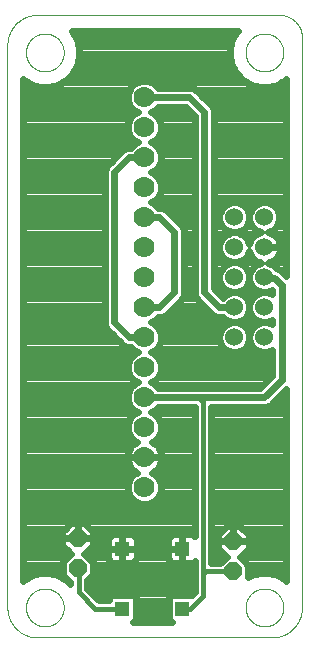
<source format=gtl>
G75*
%MOIN*%
%OFA0B0*%
%FSLAX25Y25*%
%IPPOS*%
%LPD*%
%AMOC8*
5,1,8,0,0,1.08239X$1,22.5*
%
%ADD10C,0.00000*%
%ADD11C,0.07000*%
%ADD12C,0.06000*%
%ADD13R,0.05150X0.05150*%
%ADD14OC8,0.06000*%
%ADD15C,0.02400*%
%ADD16C,0.01600*%
D10*
X0001000Y0011000D02*
X0001000Y0198500D01*
X0001003Y0198742D01*
X0001012Y0198983D01*
X0001026Y0199224D01*
X0001047Y0199465D01*
X0001073Y0199705D01*
X0001105Y0199945D01*
X0001143Y0200184D01*
X0001186Y0200421D01*
X0001236Y0200658D01*
X0001291Y0200893D01*
X0001351Y0201127D01*
X0001418Y0201359D01*
X0001489Y0201590D01*
X0001567Y0201819D01*
X0001650Y0202046D01*
X0001738Y0202271D01*
X0001832Y0202494D01*
X0001931Y0202714D01*
X0002036Y0202932D01*
X0002145Y0203147D01*
X0002260Y0203360D01*
X0002380Y0203570D01*
X0002505Y0203776D01*
X0002635Y0203980D01*
X0002770Y0204181D01*
X0002910Y0204378D01*
X0003054Y0204572D01*
X0003203Y0204762D01*
X0003357Y0204948D01*
X0003515Y0205131D01*
X0003677Y0205310D01*
X0003844Y0205485D01*
X0004015Y0205656D01*
X0004190Y0205823D01*
X0004369Y0205985D01*
X0004552Y0206143D01*
X0004738Y0206297D01*
X0004928Y0206446D01*
X0005122Y0206590D01*
X0005319Y0206730D01*
X0005520Y0206865D01*
X0005724Y0206995D01*
X0005930Y0207120D01*
X0006140Y0207240D01*
X0006353Y0207355D01*
X0006568Y0207464D01*
X0006786Y0207569D01*
X0007006Y0207668D01*
X0007229Y0207762D01*
X0007454Y0207850D01*
X0007681Y0207933D01*
X0007910Y0208011D01*
X0008141Y0208082D01*
X0008373Y0208149D01*
X0008607Y0208209D01*
X0008842Y0208264D01*
X0009079Y0208314D01*
X0009316Y0208357D01*
X0009555Y0208395D01*
X0009795Y0208427D01*
X0010035Y0208453D01*
X0010276Y0208474D01*
X0010517Y0208488D01*
X0010758Y0208497D01*
X0011000Y0208500D01*
X0091705Y0208500D01*
X0091886Y0208498D01*
X0092067Y0208491D01*
X0092248Y0208480D01*
X0092429Y0208465D01*
X0092609Y0208445D01*
X0092789Y0208421D01*
X0092968Y0208393D01*
X0093146Y0208360D01*
X0093323Y0208323D01*
X0093500Y0208282D01*
X0093675Y0208237D01*
X0093850Y0208187D01*
X0094023Y0208133D01*
X0094194Y0208075D01*
X0094365Y0208013D01*
X0094533Y0207946D01*
X0094700Y0207876D01*
X0094866Y0207802D01*
X0095029Y0207723D01*
X0095190Y0207641D01*
X0095350Y0207555D01*
X0095507Y0207465D01*
X0095662Y0207371D01*
X0095815Y0207274D01*
X0095965Y0207172D01*
X0096113Y0207068D01*
X0096259Y0206959D01*
X0096401Y0206848D01*
X0096541Y0206732D01*
X0096678Y0206614D01*
X0096813Y0206492D01*
X0096944Y0206367D01*
X0097072Y0206239D01*
X0097197Y0206108D01*
X0097319Y0205973D01*
X0097437Y0205836D01*
X0097553Y0205696D01*
X0097664Y0205554D01*
X0097773Y0205408D01*
X0097877Y0205260D01*
X0097979Y0205110D01*
X0098076Y0204957D01*
X0098170Y0204802D01*
X0098260Y0204645D01*
X0098346Y0204485D01*
X0098428Y0204324D01*
X0098507Y0204161D01*
X0098581Y0203995D01*
X0098651Y0203828D01*
X0098718Y0203660D01*
X0098780Y0203489D01*
X0098838Y0203318D01*
X0098892Y0203145D01*
X0098942Y0202970D01*
X0098987Y0202795D01*
X0099028Y0202618D01*
X0099065Y0202441D01*
X0099098Y0202263D01*
X0099126Y0202084D01*
X0099150Y0201904D01*
X0099170Y0201724D01*
X0099185Y0201543D01*
X0099196Y0201362D01*
X0099203Y0201181D01*
X0099205Y0201000D01*
X0099205Y0011000D01*
X0099202Y0010758D01*
X0099193Y0010517D01*
X0099179Y0010276D01*
X0099158Y0010035D01*
X0099132Y0009795D01*
X0099100Y0009555D01*
X0099062Y0009316D01*
X0099019Y0009079D01*
X0098969Y0008842D01*
X0098914Y0008607D01*
X0098854Y0008373D01*
X0098787Y0008141D01*
X0098716Y0007910D01*
X0098638Y0007681D01*
X0098555Y0007454D01*
X0098467Y0007229D01*
X0098373Y0007006D01*
X0098274Y0006786D01*
X0098169Y0006568D01*
X0098060Y0006353D01*
X0097945Y0006140D01*
X0097825Y0005930D01*
X0097700Y0005724D01*
X0097570Y0005520D01*
X0097435Y0005319D01*
X0097295Y0005122D01*
X0097151Y0004928D01*
X0097002Y0004738D01*
X0096848Y0004552D01*
X0096690Y0004369D01*
X0096528Y0004190D01*
X0096361Y0004015D01*
X0096190Y0003844D01*
X0096015Y0003677D01*
X0095836Y0003515D01*
X0095653Y0003357D01*
X0095467Y0003203D01*
X0095277Y0003054D01*
X0095083Y0002910D01*
X0094886Y0002770D01*
X0094685Y0002635D01*
X0094481Y0002505D01*
X0094275Y0002380D01*
X0094065Y0002260D01*
X0093852Y0002145D01*
X0093637Y0002036D01*
X0093419Y0001931D01*
X0093199Y0001832D01*
X0092976Y0001738D01*
X0092751Y0001650D01*
X0092524Y0001567D01*
X0092295Y0001489D01*
X0092064Y0001418D01*
X0091832Y0001351D01*
X0091598Y0001291D01*
X0091363Y0001236D01*
X0091126Y0001186D01*
X0090889Y0001143D01*
X0090650Y0001105D01*
X0090410Y0001073D01*
X0090170Y0001047D01*
X0089929Y0001026D01*
X0089688Y0001012D01*
X0089447Y0001003D01*
X0089205Y0001000D01*
X0011000Y0001000D01*
X0010758Y0001003D01*
X0010517Y0001012D01*
X0010276Y0001026D01*
X0010035Y0001047D01*
X0009795Y0001073D01*
X0009555Y0001105D01*
X0009316Y0001143D01*
X0009079Y0001186D01*
X0008842Y0001236D01*
X0008607Y0001291D01*
X0008373Y0001351D01*
X0008141Y0001418D01*
X0007910Y0001489D01*
X0007681Y0001567D01*
X0007454Y0001650D01*
X0007229Y0001738D01*
X0007006Y0001832D01*
X0006786Y0001931D01*
X0006568Y0002036D01*
X0006353Y0002145D01*
X0006140Y0002260D01*
X0005930Y0002380D01*
X0005724Y0002505D01*
X0005520Y0002635D01*
X0005319Y0002770D01*
X0005122Y0002910D01*
X0004928Y0003054D01*
X0004738Y0003203D01*
X0004552Y0003357D01*
X0004369Y0003515D01*
X0004190Y0003677D01*
X0004015Y0003844D01*
X0003844Y0004015D01*
X0003677Y0004190D01*
X0003515Y0004369D01*
X0003357Y0004552D01*
X0003203Y0004738D01*
X0003054Y0004928D01*
X0002910Y0005122D01*
X0002770Y0005319D01*
X0002635Y0005520D01*
X0002505Y0005724D01*
X0002380Y0005930D01*
X0002260Y0006140D01*
X0002145Y0006353D01*
X0002036Y0006568D01*
X0001931Y0006786D01*
X0001832Y0007006D01*
X0001738Y0007229D01*
X0001650Y0007454D01*
X0001567Y0007681D01*
X0001489Y0007910D01*
X0001418Y0008141D01*
X0001351Y0008373D01*
X0001291Y0008607D01*
X0001236Y0008842D01*
X0001186Y0009079D01*
X0001143Y0009316D01*
X0001105Y0009555D01*
X0001073Y0009795D01*
X0001047Y0010035D01*
X0001026Y0010276D01*
X0001012Y0010517D01*
X0001003Y0010758D01*
X0001000Y0011000D01*
X0007201Y0011000D02*
X0007203Y0011158D01*
X0007209Y0011316D01*
X0007219Y0011474D01*
X0007233Y0011632D01*
X0007251Y0011789D01*
X0007272Y0011946D01*
X0007298Y0012102D01*
X0007328Y0012258D01*
X0007361Y0012413D01*
X0007399Y0012566D01*
X0007440Y0012719D01*
X0007485Y0012871D01*
X0007534Y0013022D01*
X0007587Y0013171D01*
X0007643Y0013319D01*
X0007703Y0013465D01*
X0007767Y0013610D01*
X0007835Y0013753D01*
X0007906Y0013895D01*
X0007980Y0014035D01*
X0008058Y0014172D01*
X0008140Y0014308D01*
X0008224Y0014442D01*
X0008313Y0014573D01*
X0008404Y0014702D01*
X0008499Y0014829D01*
X0008596Y0014954D01*
X0008697Y0015076D01*
X0008801Y0015195D01*
X0008908Y0015312D01*
X0009018Y0015426D01*
X0009131Y0015537D01*
X0009246Y0015646D01*
X0009364Y0015751D01*
X0009485Y0015853D01*
X0009608Y0015953D01*
X0009734Y0016049D01*
X0009862Y0016142D01*
X0009992Y0016232D01*
X0010125Y0016318D01*
X0010260Y0016402D01*
X0010396Y0016481D01*
X0010535Y0016558D01*
X0010676Y0016630D01*
X0010818Y0016700D01*
X0010962Y0016765D01*
X0011108Y0016827D01*
X0011255Y0016885D01*
X0011404Y0016940D01*
X0011554Y0016991D01*
X0011705Y0017038D01*
X0011857Y0017081D01*
X0012010Y0017120D01*
X0012165Y0017156D01*
X0012320Y0017187D01*
X0012476Y0017215D01*
X0012632Y0017239D01*
X0012789Y0017259D01*
X0012947Y0017275D01*
X0013104Y0017287D01*
X0013263Y0017295D01*
X0013421Y0017299D01*
X0013579Y0017299D01*
X0013737Y0017295D01*
X0013896Y0017287D01*
X0014053Y0017275D01*
X0014211Y0017259D01*
X0014368Y0017239D01*
X0014524Y0017215D01*
X0014680Y0017187D01*
X0014835Y0017156D01*
X0014990Y0017120D01*
X0015143Y0017081D01*
X0015295Y0017038D01*
X0015446Y0016991D01*
X0015596Y0016940D01*
X0015745Y0016885D01*
X0015892Y0016827D01*
X0016038Y0016765D01*
X0016182Y0016700D01*
X0016324Y0016630D01*
X0016465Y0016558D01*
X0016604Y0016481D01*
X0016740Y0016402D01*
X0016875Y0016318D01*
X0017008Y0016232D01*
X0017138Y0016142D01*
X0017266Y0016049D01*
X0017392Y0015953D01*
X0017515Y0015853D01*
X0017636Y0015751D01*
X0017754Y0015646D01*
X0017869Y0015537D01*
X0017982Y0015426D01*
X0018092Y0015312D01*
X0018199Y0015195D01*
X0018303Y0015076D01*
X0018404Y0014954D01*
X0018501Y0014829D01*
X0018596Y0014702D01*
X0018687Y0014573D01*
X0018776Y0014442D01*
X0018860Y0014308D01*
X0018942Y0014172D01*
X0019020Y0014035D01*
X0019094Y0013895D01*
X0019165Y0013753D01*
X0019233Y0013610D01*
X0019297Y0013465D01*
X0019357Y0013319D01*
X0019413Y0013171D01*
X0019466Y0013022D01*
X0019515Y0012871D01*
X0019560Y0012719D01*
X0019601Y0012566D01*
X0019639Y0012413D01*
X0019672Y0012258D01*
X0019702Y0012102D01*
X0019728Y0011946D01*
X0019749Y0011789D01*
X0019767Y0011632D01*
X0019781Y0011474D01*
X0019791Y0011316D01*
X0019797Y0011158D01*
X0019799Y0011000D01*
X0019797Y0010842D01*
X0019791Y0010684D01*
X0019781Y0010526D01*
X0019767Y0010368D01*
X0019749Y0010211D01*
X0019728Y0010054D01*
X0019702Y0009898D01*
X0019672Y0009742D01*
X0019639Y0009587D01*
X0019601Y0009434D01*
X0019560Y0009281D01*
X0019515Y0009129D01*
X0019466Y0008978D01*
X0019413Y0008829D01*
X0019357Y0008681D01*
X0019297Y0008535D01*
X0019233Y0008390D01*
X0019165Y0008247D01*
X0019094Y0008105D01*
X0019020Y0007965D01*
X0018942Y0007828D01*
X0018860Y0007692D01*
X0018776Y0007558D01*
X0018687Y0007427D01*
X0018596Y0007298D01*
X0018501Y0007171D01*
X0018404Y0007046D01*
X0018303Y0006924D01*
X0018199Y0006805D01*
X0018092Y0006688D01*
X0017982Y0006574D01*
X0017869Y0006463D01*
X0017754Y0006354D01*
X0017636Y0006249D01*
X0017515Y0006147D01*
X0017392Y0006047D01*
X0017266Y0005951D01*
X0017138Y0005858D01*
X0017008Y0005768D01*
X0016875Y0005682D01*
X0016740Y0005598D01*
X0016604Y0005519D01*
X0016465Y0005442D01*
X0016324Y0005370D01*
X0016182Y0005300D01*
X0016038Y0005235D01*
X0015892Y0005173D01*
X0015745Y0005115D01*
X0015596Y0005060D01*
X0015446Y0005009D01*
X0015295Y0004962D01*
X0015143Y0004919D01*
X0014990Y0004880D01*
X0014835Y0004844D01*
X0014680Y0004813D01*
X0014524Y0004785D01*
X0014368Y0004761D01*
X0014211Y0004741D01*
X0014053Y0004725D01*
X0013896Y0004713D01*
X0013737Y0004705D01*
X0013579Y0004701D01*
X0013421Y0004701D01*
X0013263Y0004705D01*
X0013104Y0004713D01*
X0012947Y0004725D01*
X0012789Y0004741D01*
X0012632Y0004761D01*
X0012476Y0004785D01*
X0012320Y0004813D01*
X0012165Y0004844D01*
X0012010Y0004880D01*
X0011857Y0004919D01*
X0011705Y0004962D01*
X0011554Y0005009D01*
X0011404Y0005060D01*
X0011255Y0005115D01*
X0011108Y0005173D01*
X0010962Y0005235D01*
X0010818Y0005300D01*
X0010676Y0005370D01*
X0010535Y0005442D01*
X0010396Y0005519D01*
X0010260Y0005598D01*
X0010125Y0005682D01*
X0009992Y0005768D01*
X0009862Y0005858D01*
X0009734Y0005951D01*
X0009608Y0006047D01*
X0009485Y0006147D01*
X0009364Y0006249D01*
X0009246Y0006354D01*
X0009131Y0006463D01*
X0009018Y0006574D01*
X0008908Y0006688D01*
X0008801Y0006805D01*
X0008697Y0006924D01*
X0008596Y0007046D01*
X0008499Y0007171D01*
X0008404Y0007298D01*
X0008313Y0007427D01*
X0008224Y0007558D01*
X0008140Y0007692D01*
X0008058Y0007828D01*
X0007980Y0007965D01*
X0007906Y0008105D01*
X0007835Y0008247D01*
X0007767Y0008390D01*
X0007703Y0008535D01*
X0007643Y0008681D01*
X0007587Y0008829D01*
X0007534Y0008978D01*
X0007485Y0009129D01*
X0007440Y0009281D01*
X0007399Y0009434D01*
X0007361Y0009587D01*
X0007328Y0009742D01*
X0007298Y0009898D01*
X0007272Y0010054D01*
X0007251Y0010211D01*
X0007233Y0010368D01*
X0007219Y0010526D01*
X0007209Y0010684D01*
X0007203Y0010842D01*
X0007201Y0011000D01*
X0080406Y0011000D02*
X0080408Y0011158D01*
X0080414Y0011316D01*
X0080424Y0011474D01*
X0080438Y0011632D01*
X0080456Y0011789D01*
X0080477Y0011946D01*
X0080503Y0012102D01*
X0080533Y0012258D01*
X0080566Y0012413D01*
X0080604Y0012566D01*
X0080645Y0012719D01*
X0080690Y0012871D01*
X0080739Y0013022D01*
X0080792Y0013171D01*
X0080848Y0013319D01*
X0080908Y0013465D01*
X0080972Y0013610D01*
X0081040Y0013753D01*
X0081111Y0013895D01*
X0081185Y0014035D01*
X0081263Y0014172D01*
X0081345Y0014308D01*
X0081429Y0014442D01*
X0081518Y0014573D01*
X0081609Y0014702D01*
X0081704Y0014829D01*
X0081801Y0014954D01*
X0081902Y0015076D01*
X0082006Y0015195D01*
X0082113Y0015312D01*
X0082223Y0015426D01*
X0082336Y0015537D01*
X0082451Y0015646D01*
X0082569Y0015751D01*
X0082690Y0015853D01*
X0082813Y0015953D01*
X0082939Y0016049D01*
X0083067Y0016142D01*
X0083197Y0016232D01*
X0083330Y0016318D01*
X0083465Y0016402D01*
X0083601Y0016481D01*
X0083740Y0016558D01*
X0083881Y0016630D01*
X0084023Y0016700D01*
X0084167Y0016765D01*
X0084313Y0016827D01*
X0084460Y0016885D01*
X0084609Y0016940D01*
X0084759Y0016991D01*
X0084910Y0017038D01*
X0085062Y0017081D01*
X0085215Y0017120D01*
X0085370Y0017156D01*
X0085525Y0017187D01*
X0085681Y0017215D01*
X0085837Y0017239D01*
X0085994Y0017259D01*
X0086152Y0017275D01*
X0086309Y0017287D01*
X0086468Y0017295D01*
X0086626Y0017299D01*
X0086784Y0017299D01*
X0086942Y0017295D01*
X0087101Y0017287D01*
X0087258Y0017275D01*
X0087416Y0017259D01*
X0087573Y0017239D01*
X0087729Y0017215D01*
X0087885Y0017187D01*
X0088040Y0017156D01*
X0088195Y0017120D01*
X0088348Y0017081D01*
X0088500Y0017038D01*
X0088651Y0016991D01*
X0088801Y0016940D01*
X0088950Y0016885D01*
X0089097Y0016827D01*
X0089243Y0016765D01*
X0089387Y0016700D01*
X0089529Y0016630D01*
X0089670Y0016558D01*
X0089809Y0016481D01*
X0089945Y0016402D01*
X0090080Y0016318D01*
X0090213Y0016232D01*
X0090343Y0016142D01*
X0090471Y0016049D01*
X0090597Y0015953D01*
X0090720Y0015853D01*
X0090841Y0015751D01*
X0090959Y0015646D01*
X0091074Y0015537D01*
X0091187Y0015426D01*
X0091297Y0015312D01*
X0091404Y0015195D01*
X0091508Y0015076D01*
X0091609Y0014954D01*
X0091706Y0014829D01*
X0091801Y0014702D01*
X0091892Y0014573D01*
X0091981Y0014442D01*
X0092065Y0014308D01*
X0092147Y0014172D01*
X0092225Y0014035D01*
X0092299Y0013895D01*
X0092370Y0013753D01*
X0092438Y0013610D01*
X0092502Y0013465D01*
X0092562Y0013319D01*
X0092618Y0013171D01*
X0092671Y0013022D01*
X0092720Y0012871D01*
X0092765Y0012719D01*
X0092806Y0012566D01*
X0092844Y0012413D01*
X0092877Y0012258D01*
X0092907Y0012102D01*
X0092933Y0011946D01*
X0092954Y0011789D01*
X0092972Y0011632D01*
X0092986Y0011474D01*
X0092996Y0011316D01*
X0093002Y0011158D01*
X0093004Y0011000D01*
X0093002Y0010842D01*
X0092996Y0010684D01*
X0092986Y0010526D01*
X0092972Y0010368D01*
X0092954Y0010211D01*
X0092933Y0010054D01*
X0092907Y0009898D01*
X0092877Y0009742D01*
X0092844Y0009587D01*
X0092806Y0009434D01*
X0092765Y0009281D01*
X0092720Y0009129D01*
X0092671Y0008978D01*
X0092618Y0008829D01*
X0092562Y0008681D01*
X0092502Y0008535D01*
X0092438Y0008390D01*
X0092370Y0008247D01*
X0092299Y0008105D01*
X0092225Y0007965D01*
X0092147Y0007828D01*
X0092065Y0007692D01*
X0091981Y0007558D01*
X0091892Y0007427D01*
X0091801Y0007298D01*
X0091706Y0007171D01*
X0091609Y0007046D01*
X0091508Y0006924D01*
X0091404Y0006805D01*
X0091297Y0006688D01*
X0091187Y0006574D01*
X0091074Y0006463D01*
X0090959Y0006354D01*
X0090841Y0006249D01*
X0090720Y0006147D01*
X0090597Y0006047D01*
X0090471Y0005951D01*
X0090343Y0005858D01*
X0090213Y0005768D01*
X0090080Y0005682D01*
X0089945Y0005598D01*
X0089809Y0005519D01*
X0089670Y0005442D01*
X0089529Y0005370D01*
X0089387Y0005300D01*
X0089243Y0005235D01*
X0089097Y0005173D01*
X0088950Y0005115D01*
X0088801Y0005060D01*
X0088651Y0005009D01*
X0088500Y0004962D01*
X0088348Y0004919D01*
X0088195Y0004880D01*
X0088040Y0004844D01*
X0087885Y0004813D01*
X0087729Y0004785D01*
X0087573Y0004761D01*
X0087416Y0004741D01*
X0087258Y0004725D01*
X0087101Y0004713D01*
X0086942Y0004705D01*
X0086784Y0004701D01*
X0086626Y0004701D01*
X0086468Y0004705D01*
X0086309Y0004713D01*
X0086152Y0004725D01*
X0085994Y0004741D01*
X0085837Y0004761D01*
X0085681Y0004785D01*
X0085525Y0004813D01*
X0085370Y0004844D01*
X0085215Y0004880D01*
X0085062Y0004919D01*
X0084910Y0004962D01*
X0084759Y0005009D01*
X0084609Y0005060D01*
X0084460Y0005115D01*
X0084313Y0005173D01*
X0084167Y0005235D01*
X0084023Y0005300D01*
X0083881Y0005370D01*
X0083740Y0005442D01*
X0083601Y0005519D01*
X0083465Y0005598D01*
X0083330Y0005682D01*
X0083197Y0005768D01*
X0083067Y0005858D01*
X0082939Y0005951D01*
X0082813Y0006047D01*
X0082690Y0006147D01*
X0082569Y0006249D01*
X0082451Y0006354D01*
X0082336Y0006463D01*
X0082223Y0006574D01*
X0082113Y0006688D01*
X0082006Y0006805D01*
X0081902Y0006924D01*
X0081801Y0007046D01*
X0081704Y0007171D01*
X0081609Y0007298D01*
X0081518Y0007427D01*
X0081429Y0007558D01*
X0081345Y0007692D01*
X0081263Y0007828D01*
X0081185Y0007965D01*
X0081111Y0008105D01*
X0081040Y0008247D01*
X0080972Y0008390D01*
X0080908Y0008535D01*
X0080848Y0008681D01*
X0080792Y0008829D01*
X0080739Y0008978D01*
X0080690Y0009129D01*
X0080645Y0009281D01*
X0080604Y0009434D01*
X0080566Y0009587D01*
X0080533Y0009742D01*
X0080503Y0009898D01*
X0080477Y0010054D01*
X0080456Y0010211D01*
X0080438Y0010368D01*
X0080424Y0010526D01*
X0080414Y0010684D01*
X0080408Y0010842D01*
X0080406Y0011000D01*
X0080406Y0196000D02*
X0080408Y0196158D01*
X0080414Y0196316D01*
X0080424Y0196474D01*
X0080438Y0196632D01*
X0080456Y0196789D01*
X0080477Y0196946D01*
X0080503Y0197102D01*
X0080533Y0197258D01*
X0080566Y0197413D01*
X0080604Y0197566D01*
X0080645Y0197719D01*
X0080690Y0197871D01*
X0080739Y0198022D01*
X0080792Y0198171D01*
X0080848Y0198319D01*
X0080908Y0198465D01*
X0080972Y0198610D01*
X0081040Y0198753D01*
X0081111Y0198895D01*
X0081185Y0199035D01*
X0081263Y0199172D01*
X0081345Y0199308D01*
X0081429Y0199442D01*
X0081518Y0199573D01*
X0081609Y0199702D01*
X0081704Y0199829D01*
X0081801Y0199954D01*
X0081902Y0200076D01*
X0082006Y0200195D01*
X0082113Y0200312D01*
X0082223Y0200426D01*
X0082336Y0200537D01*
X0082451Y0200646D01*
X0082569Y0200751D01*
X0082690Y0200853D01*
X0082813Y0200953D01*
X0082939Y0201049D01*
X0083067Y0201142D01*
X0083197Y0201232D01*
X0083330Y0201318D01*
X0083465Y0201402D01*
X0083601Y0201481D01*
X0083740Y0201558D01*
X0083881Y0201630D01*
X0084023Y0201700D01*
X0084167Y0201765D01*
X0084313Y0201827D01*
X0084460Y0201885D01*
X0084609Y0201940D01*
X0084759Y0201991D01*
X0084910Y0202038D01*
X0085062Y0202081D01*
X0085215Y0202120D01*
X0085370Y0202156D01*
X0085525Y0202187D01*
X0085681Y0202215D01*
X0085837Y0202239D01*
X0085994Y0202259D01*
X0086152Y0202275D01*
X0086309Y0202287D01*
X0086468Y0202295D01*
X0086626Y0202299D01*
X0086784Y0202299D01*
X0086942Y0202295D01*
X0087101Y0202287D01*
X0087258Y0202275D01*
X0087416Y0202259D01*
X0087573Y0202239D01*
X0087729Y0202215D01*
X0087885Y0202187D01*
X0088040Y0202156D01*
X0088195Y0202120D01*
X0088348Y0202081D01*
X0088500Y0202038D01*
X0088651Y0201991D01*
X0088801Y0201940D01*
X0088950Y0201885D01*
X0089097Y0201827D01*
X0089243Y0201765D01*
X0089387Y0201700D01*
X0089529Y0201630D01*
X0089670Y0201558D01*
X0089809Y0201481D01*
X0089945Y0201402D01*
X0090080Y0201318D01*
X0090213Y0201232D01*
X0090343Y0201142D01*
X0090471Y0201049D01*
X0090597Y0200953D01*
X0090720Y0200853D01*
X0090841Y0200751D01*
X0090959Y0200646D01*
X0091074Y0200537D01*
X0091187Y0200426D01*
X0091297Y0200312D01*
X0091404Y0200195D01*
X0091508Y0200076D01*
X0091609Y0199954D01*
X0091706Y0199829D01*
X0091801Y0199702D01*
X0091892Y0199573D01*
X0091981Y0199442D01*
X0092065Y0199308D01*
X0092147Y0199172D01*
X0092225Y0199035D01*
X0092299Y0198895D01*
X0092370Y0198753D01*
X0092438Y0198610D01*
X0092502Y0198465D01*
X0092562Y0198319D01*
X0092618Y0198171D01*
X0092671Y0198022D01*
X0092720Y0197871D01*
X0092765Y0197719D01*
X0092806Y0197566D01*
X0092844Y0197413D01*
X0092877Y0197258D01*
X0092907Y0197102D01*
X0092933Y0196946D01*
X0092954Y0196789D01*
X0092972Y0196632D01*
X0092986Y0196474D01*
X0092996Y0196316D01*
X0093002Y0196158D01*
X0093004Y0196000D01*
X0093002Y0195842D01*
X0092996Y0195684D01*
X0092986Y0195526D01*
X0092972Y0195368D01*
X0092954Y0195211D01*
X0092933Y0195054D01*
X0092907Y0194898D01*
X0092877Y0194742D01*
X0092844Y0194587D01*
X0092806Y0194434D01*
X0092765Y0194281D01*
X0092720Y0194129D01*
X0092671Y0193978D01*
X0092618Y0193829D01*
X0092562Y0193681D01*
X0092502Y0193535D01*
X0092438Y0193390D01*
X0092370Y0193247D01*
X0092299Y0193105D01*
X0092225Y0192965D01*
X0092147Y0192828D01*
X0092065Y0192692D01*
X0091981Y0192558D01*
X0091892Y0192427D01*
X0091801Y0192298D01*
X0091706Y0192171D01*
X0091609Y0192046D01*
X0091508Y0191924D01*
X0091404Y0191805D01*
X0091297Y0191688D01*
X0091187Y0191574D01*
X0091074Y0191463D01*
X0090959Y0191354D01*
X0090841Y0191249D01*
X0090720Y0191147D01*
X0090597Y0191047D01*
X0090471Y0190951D01*
X0090343Y0190858D01*
X0090213Y0190768D01*
X0090080Y0190682D01*
X0089945Y0190598D01*
X0089809Y0190519D01*
X0089670Y0190442D01*
X0089529Y0190370D01*
X0089387Y0190300D01*
X0089243Y0190235D01*
X0089097Y0190173D01*
X0088950Y0190115D01*
X0088801Y0190060D01*
X0088651Y0190009D01*
X0088500Y0189962D01*
X0088348Y0189919D01*
X0088195Y0189880D01*
X0088040Y0189844D01*
X0087885Y0189813D01*
X0087729Y0189785D01*
X0087573Y0189761D01*
X0087416Y0189741D01*
X0087258Y0189725D01*
X0087101Y0189713D01*
X0086942Y0189705D01*
X0086784Y0189701D01*
X0086626Y0189701D01*
X0086468Y0189705D01*
X0086309Y0189713D01*
X0086152Y0189725D01*
X0085994Y0189741D01*
X0085837Y0189761D01*
X0085681Y0189785D01*
X0085525Y0189813D01*
X0085370Y0189844D01*
X0085215Y0189880D01*
X0085062Y0189919D01*
X0084910Y0189962D01*
X0084759Y0190009D01*
X0084609Y0190060D01*
X0084460Y0190115D01*
X0084313Y0190173D01*
X0084167Y0190235D01*
X0084023Y0190300D01*
X0083881Y0190370D01*
X0083740Y0190442D01*
X0083601Y0190519D01*
X0083465Y0190598D01*
X0083330Y0190682D01*
X0083197Y0190768D01*
X0083067Y0190858D01*
X0082939Y0190951D01*
X0082813Y0191047D01*
X0082690Y0191147D01*
X0082569Y0191249D01*
X0082451Y0191354D01*
X0082336Y0191463D01*
X0082223Y0191574D01*
X0082113Y0191688D01*
X0082006Y0191805D01*
X0081902Y0191924D01*
X0081801Y0192046D01*
X0081704Y0192171D01*
X0081609Y0192298D01*
X0081518Y0192427D01*
X0081429Y0192558D01*
X0081345Y0192692D01*
X0081263Y0192828D01*
X0081185Y0192965D01*
X0081111Y0193105D01*
X0081040Y0193247D01*
X0080972Y0193390D01*
X0080908Y0193535D01*
X0080848Y0193681D01*
X0080792Y0193829D01*
X0080739Y0193978D01*
X0080690Y0194129D01*
X0080645Y0194281D01*
X0080604Y0194434D01*
X0080566Y0194587D01*
X0080533Y0194742D01*
X0080503Y0194898D01*
X0080477Y0195054D01*
X0080456Y0195211D01*
X0080438Y0195368D01*
X0080424Y0195526D01*
X0080414Y0195684D01*
X0080408Y0195842D01*
X0080406Y0196000D01*
X0007201Y0196000D02*
X0007203Y0196158D01*
X0007209Y0196316D01*
X0007219Y0196474D01*
X0007233Y0196632D01*
X0007251Y0196789D01*
X0007272Y0196946D01*
X0007298Y0197102D01*
X0007328Y0197258D01*
X0007361Y0197413D01*
X0007399Y0197566D01*
X0007440Y0197719D01*
X0007485Y0197871D01*
X0007534Y0198022D01*
X0007587Y0198171D01*
X0007643Y0198319D01*
X0007703Y0198465D01*
X0007767Y0198610D01*
X0007835Y0198753D01*
X0007906Y0198895D01*
X0007980Y0199035D01*
X0008058Y0199172D01*
X0008140Y0199308D01*
X0008224Y0199442D01*
X0008313Y0199573D01*
X0008404Y0199702D01*
X0008499Y0199829D01*
X0008596Y0199954D01*
X0008697Y0200076D01*
X0008801Y0200195D01*
X0008908Y0200312D01*
X0009018Y0200426D01*
X0009131Y0200537D01*
X0009246Y0200646D01*
X0009364Y0200751D01*
X0009485Y0200853D01*
X0009608Y0200953D01*
X0009734Y0201049D01*
X0009862Y0201142D01*
X0009992Y0201232D01*
X0010125Y0201318D01*
X0010260Y0201402D01*
X0010396Y0201481D01*
X0010535Y0201558D01*
X0010676Y0201630D01*
X0010818Y0201700D01*
X0010962Y0201765D01*
X0011108Y0201827D01*
X0011255Y0201885D01*
X0011404Y0201940D01*
X0011554Y0201991D01*
X0011705Y0202038D01*
X0011857Y0202081D01*
X0012010Y0202120D01*
X0012165Y0202156D01*
X0012320Y0202187D01*
X0012476Y0202215D01*
X0012632Y0202239D01*
X0012789Y0202259D01*
X0012947Y0202275D01*
X0013104Y0202287D01*
X0013263Y0202295D01*
X0013421Y0202299D01*
X0013579Y0202299D01*
X0013737Y0202295D01*
X0013896Y0202287D01*
X0014053Y0202275D01*
X0014211Y0202259D01*
X0014368Y0202239D01*
X0014524Y0202215D01*
X0014680Y0202187D01*
X0014835Y0202156D01*
X0014990Y0202120D01*
X0015143Y0202081D01*
X0015295Y0202038D01*
X0015446Y0201991D01*
X0015596Y0201940D01*
X0015745Y0201885D01*
X0015892Y0201827D01*
X0016038Y0201765D01*
X0016182Y0201700D01*
X0016324Y0201630D01*
X0016465Y0201558D01*
X0016604Y0201481D01*
X0016740Y0201402D01*
X0016875Y0201318D01*
X0017008Y0201232D01*
X0017138Y0201142D01*
X0017266Y0201049D01*
X0017392Y0200953D01*
X0017515Y0200853D01*
X0017636Y0200751D01*
X0017754Y0200646D01*
X0017869Y0200537D01*
X0017982Y0200426D01*
X0018092Y0200312D01*
X0018199Y0200195D01*
X0018303Y0200076D01*
X0018404Y0199954D01*
X0018501Y0199829D01*
X0018596Y0199702D01*
X0018687Y0199573D01*
X0018776Y0199442D01*
X0018860Y0199308D01*
X0018942Y0199172D01*
X0019020Y0199035D01*
X0019094Y0198895D01*
X0019165Y0198753D01*
X0019233Y0198610D01*
X0019297Y0198465D01*
X0019357Y0198319D01*
X0019413Y0198171D01*
X0019466Y0198022D01*
X0019515Y0197871D01*
X0019560Y0197719D01*
X0019601Y0197566D01*
X0019639Y0197413D01*
X0019672Y0197258D01*
X0019702Y0197102D01*
X0019728Y0196946D01*
X0019749Y0196789D01*
X0019767Y0196632D01*
X0019781Y0196474D01*
X0019791Y0196316D01*
X0019797Y0196158D01*
X0019799Y0196000D01*
X0019797Y0195842D01*
X0019791Y0195684D01*
X0019781Y0195526D01*
X0019767Y0195368D01*
X0019749Y0195211D01*
X0019728Y0195054D01*
X0019702Y0194898D01*
X0019672Y0194742D01*
X0019639Y0194587D01*
X0019601Y0194434D01*
X0019560Y0194281D01*
X0019515Y0194129D01*
X0019466Y0193978D01*
X0019413Y0193829D01*
X0019357Y0193681D01*
X0019297Y0193535D01*
X0019233Y0193390D01*
X0019165Y0193247D01*
X0019094Y0193105D01*
X0019020Y0192965D01*
X0018942Y0192828D01*
X0018860Y0192692D01*
X0018776Y0192558D01*
X0018687Y0192427D01*
X0018596Y0192298D01*
X0018501Y0192171D01*
X0018404Y0192046D01*
X0018303Y0191924D01*
X0018199Y0191805D01*
X0018092Y0191688D01*
X0017982Y0191574D01*
X0017869Y0191463D01*
X0017754Y0191354D01*
X0017636Y0191249D01*
X0017515Y0191147D01*
X0017392Y0191047D01*
X0017266Y0190951D01*
X0017138Y0190858D01*
X0017008Y0190768D01*
X0016875Y0190682D01*
X0016740Y0190598D01*
X0016604Y0190519D01*
X0016465Y0190442D01*
X0016324Y0190370D01*
X0016182Y0190300D01*
X0016038Y0190235D01*
X0015892Y0190173D01*
X0015745Y0190115D01*
X0015596Y0190060D01*
X0015446Y0190009D01*
X0015295Y0189962D01*
X0015143Y0189919D01*
X0014990Y0189880D01*
X0014835Y0189844D01*
X0014680Y0189813D01*
X0014524Y0189785D01*
X0014368Y0189761D01*
X0014211Y0189741D01*
X0014053Y0189725D01*
X0013896Y0189713D01*
X0013737Y0189705D01*
X0013579Y0189701D01*
X0013421Y0189701D01*
X0013263Y0189705D01*
X0013104Y0189713D01*
X0012947Y0189725D01*
X0012789Y0189741D01*
X0012632Y0189761D01*
X0012476Y0189785D01*
X0012320Y0189813D01*
X0012165Y0189844D01*
X0012010Y0189880D01*
X0011857Y0189919D01*
X0011705Y0189962D01*
X0011554Y0190009D01*
X0011404Y0190060D01*
X0011255Y0190115D01*
X0011108Y0190173D01*
X0010962Y0190235D01*
X0010818Y0190300D01*
X0010676Y0190370D01*
X0010535Y0190442D01*
X0010396Y0190519D01*
X0010260Y0190598D01*
X0010125Y0190682D01*
X0009992Y0190768D01*
X0009862Y0190858D01*
X0009734Y0190951D01*
X0009608Y0191047D01*
X0009485Y0191147D01*
X0009364Y0191249D01*
X0009246Y0191354D01*
X0009131Y0191463D01*
X0009018Y0191574D01*
X0008908Y0191688D01*
X0008801Y0191805D01*
X0008697Y0191924D01*
X0008596Y0192046D01*
X0008499Y0192171D01*
X0008404Y0192298D01*
X0008313Y0192427D01*
X0008224Y0192558D01*
X0008140Y0192692D01*
X0008058Y0192828D01*
X0007980Y0192965D01*
X0007906Y0193105D01*
X0007835Y0193247D01*
X0007767Y0193390D01*
X0007703Y0193535D01*
X0007643Y0193681D01*
X0007587Y0193829D01*
X0007534Y0193978D01*
X0007485Y0194129D01*
X0007440Y0194281D01*
X0007399Y0194434D01*
X0007361Y0194587D01*
X0007328Y0194742D01*
X0007298Y0194898D01*
X0007272Y0195054D01*
X0007251Y0195211D01*
X0007233Y0195368D01*
X0007219Y0195526D01*
X0007209Y0195684D01*
X0007203Y0195842D01*
X0007201Y0196000D01*
D11*
X0046705Y0181000D03*
X0046705Y0171000D03*
X0046705Y0161000D03*
X0046705Y0151000D03*
X0046705Y0141000D03*
X0046705Y0131000D03*
X0046705Y0121000D03*
X0046705Y0111000D03*
X0046705Y0101000D03*
X0046705Y0091000D03*
X0046705Y0081000D03*
X0046705Y0071000D03*
X0046705Y0061000D03*
X0046705Y0051000D03*
D12*
X0076705Y0101000D03*
X0076705Y0111000D03*
X0076705Y0121000D03*
X0076705Y0131000D03*
X0076705Y0141000D03*
X0086705Y0141000D03*
X0086705Y0131000D03*
X0086705Y0121000D03*
X0086705Y0111000D03*
X0086705Y0101000D03*
D13*
X0059370Y0030595D03*
X0059370Y0010595D03*
X0039370Y0010595D03*
X0039370Y0030595D03*
D14*
X0024470Y0034025D03*
X0024470Y0024025D03*
X0076265Y0022990D03*
X0076265Y0032990D03*
D15*
X0071065Y0032990D01*
X0071065Y0030836D01*
X0074053Y0027849D01*
X0071994Y0025790D01*
X0068990Y0025790D01*
X0068990Y0077800D01*
X0087342Y0077800D01*
X0088518Y0078287D01*
X0089418Y0079187D01*
X0089478Y0079332D01*
X0094005Y0083860D01*
X0094005Y0019962D01*
X0093766Y0020202D01*
X0091144Y0021716D01*
X0088219Y0022499D01*
X0085191Y0022499D01*
X0082266Y0021716D01*
X0081265Y0021137D01*
X0081265Y0025061D01*
X0078477Y0027849D01*
X0081465Y0030836D01*
X0081465Y0032990D01*
X0081465Y0035144D01*
X0078419Y0038190D01*
X0076265Y0038190D01*
X0074111Y0038190D01*
X0071065Y0035144D01*
X0071065Y0032990D01*
X0076265Y0032990D01*
X0076265Y0032990D01*
X0076265Y0038190D01*
X0076265Y0032990D01*
X0076265Y0032990D01*
X0081465Y0032990D01*
X0076265Y0032990D01*
X0076265Y0032990D01*
X0076265Y0034889D02*
X0076265Y0034889D01*
X0076265Y0037287D02*
X0076265Y0037287D01*
X0073208Y0037287D02*
X0068990Y0037287D01*
X0068990Y0034889D02*
X0071065Y0034889D01*
X0071065Y0032490D02*
X0068990Y0032490D01*
X0068990Y0030092D02*
X0071809Y0030092D01*
X0073897Y0027693D02*
X0068990Y0027693D01*
X0063390Y0026354D02*
X0063390Y0016010D01*
X0062550Y0015170D01*
X0055967Y0015170D01*
X0054795Y0013998D01*
X0054795Y0007192D01*
X0055787Y0006200D01*
X0042953Y0006200D01*
X0043945Y0007192D01*
X0043945Y0013998D01*
X0042773Y0015170D01*
X0035967Y0015170D01*
X0034795Y0013998D01*
X0034795Y0013395D01*
X0031420Y0013395D01*
X0027545Y0017270D01*
X0027545Y0020029D01*
X0029470Y0021954D01*
X0029470Y0026096D01*
X0026682Y0028884D01*
X0029670Y0031871D01*
X0029670Y0034025D01*
X0029670Y0036179D01*
X0026624Y0039225D01*
X0024470Y0039225D01*
X0022316Y0039225D01*
X0019270Y0036179D01*
X0019270Y0034025D01*
X0019270Y0031871D01*
X0022258Y0028884D01*
X0019470Y0026096D01*
X0019470Y0021954D01*
X0021945Y0019479D01*
X0021945Y0018817D01*
X0020561Y0020202D01*
X0017939Y0021716D01*
X0015014Y0022499D01*
X0011986Y0022499D01*
X0009061Y0021716D01*
X0006439Y0020202D01*
X0006200Y0019962D01*
X0006200Y0187038D01*
X0006439Y0186798D01*
X0009061Y0185284D01*
X0011986Y0184501D01*
X0015014Y0184501D01*
X0017939Y0185284D01*
X0020561Y0186798D01*
X0022702Y0188939D01*
X0024216Y0191561D01*
X0024999Y0194486D01*
X0024999Y0197514D01*
X0024216Y0200439D01*
X0022702Y0203061D01*
X0022462Y0203300D01*
X0077743Y0203300D01*
X0077503Y0203061D01*
X0075989Y0200439D01*
X0075206Y0197514D01*
X0075206Y0194486D01*
X0075989Y0191561D01*
X0077503Y0188939D01*
X0079644Y0186798D01*
X0082266Y0185284D01*
X0085191Y0184501D01*
X0088219Y0184501D01*
X0091144Y0185284D01*
X0093766Y0186798D01*
X0094005Y0187038D01*
X0094005Y0121430D01*
X0092708Y0122728D01*
X0091808Y0123628D01*
X0090682Y0124094D01*
X0089537Y0125239D01*
X0087887Y0125922D01*
X0087923Y0125928D01*
X0088701Y0126181D01*
X0089430Y0126553D01*
X0090093Y0127034D01*
X0090671Y0127612D01*
X0091152Y0128275D01*
X0091524Y0129004D01*
X0091777Y0129782D01*
X0091905Y0130591D01*
X0091905Y0131000D01*
X0091905Y0131409D01*
X0091777Y0132218D01*
X0091524Y0132996D01*
X0091152Y0133725D01*
X0090671Y0134388D01*
X0090093Y0134966D01*
X0089430Y0135447D01*
X0088701Y0135819D01*
X0087923Y0136072D01*
X0087887Y0136078D01*
X0089537Y0136761D01*
X0090944Y0138168D01*
X0091705Y0140005D01*
X0091705Y0141995D01*
X0090944Y0143832D01*
X0089537Y0145239D01*
X0087700Y0146000D01*
X0085710Y0146000D01*
X0083873Y0145239D01*
X0082466Y0143832D01*
X0081705Y0141995D01*
X0080944Y0143832D01*
X0079537Y0145239D01*
X0077700Y0146000D01*
X0075710Y0146000D01*
X0073873Y0145239D01*
X0072466Y0143832D01*
X0071705Y0141995D01*
X0071705Y0140005D01*
X0072466Y0138168D01*
X0073873Y0136761D01*
X0075710Y0136000D01*
X0077700Y0136000D01*
X0079537Y0136761D01*
X0080944Y0138168D01*
X0081705Y0140005D01*
X0081705Y0141995D01*
X0081705Y0140005D01*
X0082466Y0138168D01*
X0083873Y0136761D01*
X0085523Y0136078D01*
X0085487Y0136072D01*
X0084709Y0135819D01*
X0083980Y0135447D01*
X0083317Y0134966D01*
X0082739Y0134388D01*
X0082258Y0133725D01*
X0081886Y0132996D01*
X0081633Y0132218D01*
X0081627Y0132182D01*
X0080944Y0133832D01*
X0079537Y0135239D01*
X0077700Y0136000D01*
X0075710Y0136000D01*
X0073873Y0135239D01*
X0072466Y0133832D01*
X0071705Y0131995D01*
X0071705Y0130005D01*
X0072466Y0128168D01*
X0073873Y0126761D01*
X0075710Y0126000D01*
X0073873Y0125239D01*
X0072466Y0123832D01*
X0071705Y0121995D01*
X0071705Y0120005D01*
X0072466Y0118168D01*
X0073873Y0116761D01*
X0075710Y0116000D01*
X0077700Y0116000D01*
X0079537Y0116761D01*
X0080944Y0118168D01*
X0081705Y0120005D01*
X0081705Y0121995D01*
X0080944Y0123832D01*
X0079537Y0125239D01*
X0077700Y0126000D01*
X0075710Y0126000D01*
X0077700Y0126000D01*
X0079537Y0126761D01*
X0080944Y0128168D01*
X0081627Y0129818D01*
X0081633Y0129782D01*
X0081886Y0129004D01*
X0082258Y0128275D01*
X0082739Y0127612D01*
X0083317Y0127034D01*
X0083980Y0126553D01*
X0084709Y0126181D01*
X0085487Y0125928D01*
X0085523Y0125922D01*
X0083873Y0125239D01*
X0082466Y0123832D01*
X0081705Y0121995D01*
X0081705Y0120005D01*
X0082466Y0118168D01*
X0083873Y0116761D01*
X0085710Y0116000D01*
X0083873Y0115239D01*
X0082466Y0113832D01*
X0081705Y0111995D01*
X0081705Y0110005D01*
X0082466Y0108168D01*
X0083873Y0106761D01*
X0085710Y0106000D01*
X0083873Y0105239D01*
X0082466Y0103832D01*
X0081705Y0101995D01*
X0080944Y0103832D01*
X0079537Y0105239D01*
X0077700Y0106000D01*
X0075710Y0106000D01*
X0073873Y0105239D01*
X0072466Y0103832D01*
X0071705Y0101995D01*
X0071705Y0100005D01*
X0072466Y0098168D01*
X0073873Y0096761D01*
X0075710Y0096000D01*
X0077700Y0096000D01*
X0079537Y0096761D01*
X0080944Y0098168D01*
X0081705Y0100005D01*
X0081705Y0101995D01*
X0081705Y0100005D01*
X0082466Y0098168D01*
X0083873Y0096761D01*
X0085710Y0096000D01*
X0087700Y0096000D01*
X0089360Y0096688D01*
X0089360Y0088265D01*
X0085295Y0084200D01*
X0065342Y0084200D01*
X0051283Y0084200D01*
X0049820Y0085663D01*
X0049006Y0086000D01*
X0049820Y0086337D01*
X0051368Y0087884D01*
X0052205Y0089906D01*
X0052205Y0092094D01*
X0051368Y0094115D01*
X0049820Y0095663D01*
X0049006Y0096000D01*
X0049820Y0096337D01*
X0051368Y0097884D01*
X0052205Y0099906D01*
X0052205Y0102094D01*
X0051368Y0104115D01*
X0049820Y0105663D01*
X0049006Y0106000D01*
X0049820Y0106337D01*
X0051283Y0107800D01*
X0052342Y0107800D01*
X0053518Y0108287D01*
X0058518Y0113287D01*
X0059418Y0114187D01*
X0059905Y0115363D01*
X0059905Y0136637D01*
X0059418Y0137813D01*
X0054418Y0142813D01*
X0053518Y0143713D01*
X0052342Y0144200D01*
X0051283Y0144200D01*
X0049820Y0145663D01*
X0049006Y0146000D01*
X0049820Y0146337D01*
X0051368Y0147884D01*
X0052205Y0149906D01*
X0052205Y0152094D01*
X0051368Y0154115D01*
X0049820Y0155663D01*
X0049006Y0156000D01*
X0049820Y0156337D01*
X0051368Y0157884D01*
X0052205Y0159906D01*
X0052205Y0162094D01*
X0051368Y0164115D01*
X0049820Y0165663D01*
X0049006Y0166000D01*
X0049820Y0166337D01*
X0051368Y0167884D01*
X0052205Y0169906D01*
X0052205Y0172094D01*
X0051368Y0174115D01*
X0049820Y0175663D01*
X0049006Y0176000D01*
X0049820Y0176337D01*
X0051283Y0177800D01*
X0060380Y0177800D01*
X0063505Y0174675D01*
X0063505Y0115363D01*
X0063992Y0114187D01*
X0064892Y0113287D01*
X0069892Y0108287D01*
X0071068Y0107800D01*
X0072834Y0107800D01*
X0073873Y0106761D01*
X0075710Y0106000D01*
X0077700Y0106000D01*
X0079537Y0106761D01*
X0080944Y0108168D01*
X0081705Y0110005D01*
X0081705Y0111995D01*
X0080944Y0113832D01*
X0079537Y0115239D01*
X0077700Y0116000D01*
X0075710Y0116000D01*
X0073873Y0115239D01*
X0072932Y0114298D01*
X0069905Y0117325D01*
X0069905Y0176637D01*
X0069418Y0177813D01*
X0064418Y0182813D01*
X0063518Y0183713D01*
X0062342Y0184200D01*
X0051283Y0184200D01*
X0049820Y0185663D01*
X0047799Y0186500D01*
X0045611Y0186500D01*
X0043589Y0185663D01*
X0042042Y0184115D01*
X0041205Y0182094D01*
X0041205Y0179906D01*
X0042042Y0177884D01*
X0043589Y0176337D01*
X0044404Y0176000D01*
X0043589Y0175663D01*
X0042042Y0174115D01*
X0041205Y0172094D01*
X0041205Y0169906D01*
X0042042Y0167884D01*
X0043589Y0166337D01*
X0044404Y0166000D01*
X0043589Y0165663D01*
X0042127Y0164200D01*
X0041068Y0164200D01*
X0039892Y0163713D01*
X0034892Y0158713D01*
X0033992Y0157813D01*
X0033505Y0156637D01*
X0033505Y0105363D01*
X0033992Y0104187D01*
X0038992Y0099187D01*
X0039892Y0098287D01*
X0041068Y0097800D01*
X0042127Y0097800D01*
X0043589Y0096337D01*
X0044404Y0096000D01*
X0043589Y0095663D01*
X0042042Y0094115D01*
X0041205Y0092094D01*
X0041205Y0089906D01*
X0042042Y0087884D01*
X0043589Y0086337D01*
X0044404Y0086000D01*
X0043589Y0085663D01*
X0042042Y0084115D01*
X0041205Y0082094D01*
X0041205Y0079906D01*
X0042042Y0077884D01*
X0043589Y0076337D01*
X0044404Y0076000D01*
X0043589Y0075663D01*
X0042042Y0074115D01*
X0041205Y0072094D01*
X0041205Y0069906D01*
X0042042Y0067884D01*
X0043589Y0066337D01*
X0044161Y0066101D01*
X0043718Y0065875D01*
X0042992Y0065348D01*
X0042357Y0064713D01*
X0041830Y0063987D01*
X0041423Y0063188D01*
X0041145Y0062335D01*
X0041005Y0061449D01*
X0041005Y0061000D01*
X0046705Y0061000D01*
X0052405Y0061000D01*
X0052405Y0061449D01*
X0052265Y0062335D01*
X0051987Y0063188D01*
X0051580Y0063987D01*
X0051053Y0064713D01*
X0050418Y0065348D01*
X0049692Y0065875D01*
X0049249Y0066101D01*
X0049820Y0066337D01*
X0051368Y0067884D01*
X0052205Y0069906D01*
X0052205Y0072094D01*
X0051368Y0074115D01*
X0049820Y0075663D01*
X0049006Y0076000D01*
X0049820Y0076337D01*
X0051283Y0077800D01*
X0063390Y0077800D01*
X0063390Y0034836D01*
X0063296Y0034930D01*
X0062794Y0035220D01*
X0062234Y0035370D01*
X0059370Y0035370D01*
X0056506Y0035370D01*
X0055946Y0035220D01*
X0055444Y0034930D01*
X0055035Y0034521D01*
X0054745Y0034019D01*
X0054595Y0033459D01*
X0054595Y0030595D01*
X0059370Y0030595D01*
X0059370Y0030595D01*
X0059370Y0035370D01*
X0059370Y0030595D01*
X0059370Y0025820D01*
X0062234Y0025820D01*
X0062794Y0025970D01*
X0063296Y0026260D01*
X0063390Y0026354D01*
X0063390Y0025295D02*
X0029470Y0025295D01*
X0027873Y0027693D02*
X0034605Y0027693D01*
X0034595Y0027731D02*
X0034745Y0027171D01*
X0035035Y0026669D01*
X0035444Y0026260D01*
X0035946Y0025970D01*
X0036506Y0025820D01*
X0039370Y0025820D01*
X0042234Y0025820D01*
X0042794Y0025970D01*
X0043296Y0026260D01*
X0043705Y0026669D01*
X0043995Y0027171D01*
X0044145Y0027731D01*
X0044145Y0030595D01*
X0044145Y0033459D01*
X0043995Y0034019D01*
X0043705Y0034521D01*
X0043296Y0034930D01*
X0042794Y0035220D01*
X0042234Y0035370D01*
X0039370Y0035370D01*
X0036506Y0035370D01*
X0035946Y0035220D01*
X0035444Y0034930D01*
X0035035Y0034521D01*
X0034745Y0034019D01*
X0034595Y0033459D01*
X0034595Y0030595D01*
X0039370Y0030595D01*
X0044145Y0030595D01*
X0039370Y0030595D01*
X0039370Y0030595D01*
X0039370Y0030595D01*
X0039370Y0035370D01*
X0039370Y0030595D01*
X0039370Y0025820D01*
X0039370Y0030595D01*
X0039370Y0030595D01*
X0039370Y0030595D01*
X0034595Y0030595D01*
X0034595Y0027731D01*
X0034595Y0030092D02*
X0027891Y0030092D01*
X0029670Y0032490D02*
X0034595Y0032490D01*
X0035403Y0034889D02*
X0029670Y0034889D01*
X0029670Y0034025D02*
X0024470Y0034025D01*
X0019270Y0034025D01*
X0024470Y0034025D01*
X0024470Y0034025D01*
X0024470Y0039225D01*
X0024470Y0034025D01*
X0024470Y0034025D01*
X0024470Y0034025D01*
X0029670Y0034025D01*
X0028562Y0037287D02*
X0063390Y0037287D01*
X0063337Y0034889D02*
X0063390Y0034889D01*
X0063390Y0039686D02*
X0006200Y0039686D01*
X0006200Y0037287D02*
X0020378Y0037287D01*
X0019270Y0034889D02*
X0006200Y0034889D01*
X0006200Y0032490D02*
X0019270Y0032490D01*
X0021049Y0030092D02*
X0006200Y0030092D01*
X0006200Y0027693D02*
X0021067Y0027693D01*
X0019470Y0025295D02*
X0006200Y0025295D01*
X0006200Y0022896D02*
X0019470Y0022896D01*
X0020048Y0020498D02*
X0020926Y0020498D01*
X0027545Y0018099D02*
X0063390Y0018099D01*
X0063390Y0020498D02*
X0028014Y0020498D01*
X0029470Y0022896D02*
X0063390Y0022896D01*
X0063081Y0015701D02*
X0029114Y0015701D01*
X0039370Y0027693D02*
X0039370Y0027693D01*
X0039370Y0030092D02*
X0039370Y0030092D01*
X0039370Y0032490D02*
X0039370Y0032490D01*
X0039370Y0034889D02*
X0039370Y0034889D01*
X0043337Y0034889D02*
X0055403Y0034889D01*
X0054595Y0032490D02*
X0044145Y0032490D01*
X0044145Y0030092D02*
X0054595Y0030092D01*
X0054595Y0030595D02*
X0054595Y0027731D01*
X0054745Y0027171D01*
X0055035Y0026669D01*
X0055444Y0026260D01*
X0055946Y0025970D01*
X0056506Y0025820D01*
X0059370Y0025820D01*
X0059370Y0030595D01*
X0059370Y0030595D01*
X0059370Y0030595D01*
X0054595Y0030595D01*
X0054605Y0027693D02*
X0044135Y0027693D01*
X0043945Y0013302D02*
X0054795Y0013302D01*
X0054795Y0010904D02*
X0043945Y0010904D01*
X0043945Y0008505D02*
X0054795Y0008505D01*
X0059370Y0027693D02*
X0059370Y0027693D01*
X0059370Y0030092D02*
X0059370Y0030092D01*
X0059370Y0032490D02*
X0059370Y0032490D01*
X0059370Y0034889D02*
X0059370Y0034889D01*
X0063390Y0042084D02*
X0006200Y0042084D01*
X0006200Y0044483D02*
X0063390Y0044483D01*
X0063390Y0046881D02*
X0050364Y0046881D01*
X0049820Y0046337D02*
X0051368Y0047884D01*
X0052205Y0049906D01*
X0052205Y0052094D01*
X0051368Y0054115D01*
X0049820Y0055663D01*
X0049249Y0055899D01*
X0049692Y0056125D01*
X0050418Y0056652D01*
X0051053Y0057287D01*
X0051580Y0058013D01*
X0051987Y0058812D01*
X0052265Y0059665D01*
X0052405Y0060551D01*
X0052405Y0061000D01*
X0046705Y0061000D01*
X0046705Y0061000D01*
X0046705Y0061000D01*
X0041005Y0061000D01*
X0041005Y0060551D01*
X0041145Y0059665D01*
X0041423Y0058812D01*
X0041830Y0058013D01*
X0042357Y0057287D01*
X0042992Y0056652D01*
X0043718Y0056125D01*
X0044161Y0055899D01*
X0043589Y0055663D01*
X0042042Y0054115D01*
X0041205Y0052094D01*
X0041205Y0049906D01*
X0042042Y0047884D01*
X0043589Y0046337D01*
X0045611Y0045500D01*
X0047799Y0045500D01*
X0049820Y0046337D01*
X0051946Y0049280D02*
X0063390Y0049280D01*
X0063390Y0051678D02*
X0052205Y0051678D01*
X0051384Y0054077D02*
X0063390Y0054077D01*
X0063390Y0056475D02*
X0050175Y0056475D01*
X0052007Y0058874D02*
X0063390Y0058874D01*
X0063390Y0061272D02*
X0052405Y0061272D01*
X0051741Y0063671D02*
X0063390Y0063671D01*
X0063390Y0066069D02*
X0049311Y0066069D01*
X0051609Y0068468D02*
X0063390Y0068468D01*
X0063390Y0070866D02*
X0052205Y0070866D01*
X0051720Y0073265D02*
X0063390Y0073265D01*
X0063390Y0075663D02*
X0049819Y0075663D01*
X0046705Y0081000D02*
X0064705Y0081000D01*
X0086705Y0081000D01*
X0086705Y0081085D01*
X0092560Y0086940D01*
X0092560Y0118350D01*
X0089995Y0120915D01*
X0086790Y0120915D01*
X0086705Y0121000D01*
X0088757Y0116438D02*
X0089360Y0116438D01*
X0089360Y0116688D02*
X0089360Y0115312D01*
X0087700Y0116000D01*
X0085710Y0116000D01*
X0087700Y0116000D01*
X0089360Y0116688D01*
X0084653Y0116438D02*
X0078757Y0116438D01*
X0080736Y0114040D02*
X0082674Y0114040D01*
X0081705Y0111641D02*
X0081705Y0111641D01*
X0081389Y0109243D02*
X0082021Y0109243D01*
X0083790Y0106844D02*
X0079620Y0106844D01*
X0080330Y0104446D02*
X0083080Y0104446D01*
X0081727Y0102047D02*
X0081683Y0102047D01*
X0081557Y0099649D02*
X0081853Y0099649D01*
X0083384Y0097250D02*
X0080026Y0097250D01*
X0085710Y0106000D02*
X0087700Y0106000D01*
X0089360Y0105312D01*
X0089360Y0106688D01*
X0087700Y0106000D01*
X0085710Y0106000D01*
X0089360Y0094852D02*
X0050632Y0094852D01*
X0050733Y0097250D02*
X0073384Y0097250D01*
X0071853Y0099649D02*
X0052098Y0099649D01*
X0052205Y0102047D02*
X0071727Y0102047D01*
X0073080Y0104446D02*
X0051038Y0104446D01*
X0050327Y0106844D02*
X0073790Y0106844D01*
X0071705Y0111000D02*
X0066705Y0116000D01*
X0066705Y0176000D01*
X0061705Y0181000D01*
X0046705Y0181000D01*
X0044392Y0185995D02*
X0019169Y0185995D01*
X0022156Y0188393D02*
X0078049Y0188393D01*
X0076434Y0190792D02*
X0023771Y0190792D01*
X0024652Y0193190D02*
X0075553Y0193190D01*
X0075206Y0195589D02*
X0024999Y0195589D01*
X0024872Y0197988D02*
X0075333Y0197988D01*
X0075975Y0200386D02*
X0024230Y0200386D01*
X0022861Y0202785D02*
X0077344Y0202785D01*
X0081036Y0185995D02*
X0049018Y0185995D01*
X0049884Y0176401D02*
X0061779Y0176401D01*
X0063505Y0174002D02*
X0051415Y0174002D01*
X0052205Y0171604D02*
X0063505Y0171604D01*
X0063505Y0169205D02*
X0051915Y0169205D01*
X0050290Y0166807D02*
X0063505Y0166807D01*
X0063505Y0164408D02*
X0051075Y0164408D01*
X0052205Y0162010D02*
X0063505Y0162010D01*
X0063505Y0159611D02*
X0052083Y0159611D01*
X0050696Y0157213D02*
X0063505Y0157213D01*
X0063505Y0154814D02*
X0050669Y0154814D01*
X0052072Y0152416D02*
X0063505Y0152416D01*
X0063505Y0150017D02*
X0052205Y0150017D01*
X0051102Y0147619D02*
X0063505Y0147619D01*
X0063505Y0145220D02*
X0050263Y0145220D01*
X0051705Y0141000D02*
X0046705Y0141000D01*
X0051705Y0141000D02*
X0056705Y0136000D01*
X0056705Y0116000D01*
X0051705Y0111000D01*
X0046705Y0111000D01*
X0046705Y0101000D02*
X0041705Y0101000D01*
X0036705Y0106000D01*
X0036705Y0156000D01*
X0041705Y0161000D01*
X0046705Y0161000D01*
X0042335Y0164408D02*
X0006200Y0164408D01*
X0006200Y0162010D02*
X0038189Y0162010D01*
X0035791Y0159611D02*
X0006200Y0159611D01*
X0006200Y0157213D02*
X0033744Y0157213D01*
X0034892Y0158713D02*
X0034892Y0158713D01*
X0033505Y0154814D02*
X0006200Y0154814D01*
X0006200Y0152416D02*
X0033505Y0152416D01*
X0033505Y0150017D02*
X0006200Y0150017D01*
X0006200Y0147619D02*
X0033505Y0147619D01*
X0033505Y0145220D02*
X0006200Y0145220D01*
X0006200Y0142822D02*
X0033505Y0142822D01*
X0033505Y0140423D02*
X0006200Y0140423D01*
X0006200Y0138025D02*
X0033505Y0138025D01*
X0033505Y0135626D02*
X0006200Y0135626D01*
X0006200Y0133228D02*
X0033505Y0133228D01*
X0033505Y0130829D02*
X0006200Y0130829D01*
X0006200Y0128431D02*
X0033505Y0128431D01*
X0033505Y0126032D02*
X0006200Y0126032D01*
X0006200Y0123634D02*
X0033505Y0123634D01*
X0033505Y0121235D02*
X0006200Y0121235D01*
X0006200Y0118837D02*
X0033505Y0118837D01*
X0033505Y0116438D02*
X0006200Y0116438D01*
X0006200Y0114040D02*
X0033505Y0114040D01*
X0033505Y0111641D02*
X0006200Y0111641D01*
X0006200Y0109243D02*
X0033505Y0109243D01*
X0033505Y0106844D02*
X0006200Y0106844D01*
X0006200Y0104446D02*
X0033885Y0104446D01*
X0036132Y0102047D02*
X0006200Y0102047D01*
X0006200Y0099649D02*
X0038531Y0099649D01*
X0041354Y0092453D02*
X0006200Y0092453D01*
X0006200Y0094852D02*
X0042778Y0094852D01*
X0042677Y0097250D02*
X0006200Y0097250D01*
X0006200Y0090055D02*
X0041205Y0090055D01*
X0042271Y0087656D02*
X0006200Y0087656D01*
X0006200Y0085257D02*
X0043184Y0085257D01*
X0041522Y0082859D02*
X0006200Y0082859D01*
X0006200Y0080460D02*
X0041205Y0080460D01*
X0041969Y0078062D02*
X0006200Y0078062D01*
X0006200Y0075663D02*
X0043591Y0075663D01*
X0041690Y0073265D02*
X0006200Y0073265D01*
X0006200Y0070866D02*
X0041205Y0070866D01*
X0041801Y0068468D02*
X0006200Y0068468D01*
X0006200Y0066069D02*
X0044099Y0066069D01*
X0041669Y0063671D02*
X0006200Y0063671D01*
X0006200Y0061272D02*
X0041005Y0061272D01*
X0041402Y0058874D02*
X0006200Y0058874D01*
X0006200Y0056475D02*
X0043235Y0056475D01*
X0042026Y0054077D02*
X0006200Y0054077D01*
X0006200Y0051678D02*
X0041205Y0051678D01*
X0041464Y0049280D02*
X0006200Y0049280D01*
X0006200Y0046881D02*
X0043046Y0046881D01*
X0024470Y0037287D02*
X0024470Y0037287D01*
X0024470Y0034889D02*
X0024470Y0034889D01*
X0006952Y0020498D02*
X0006200Y0020498D01*
X0050226Y0085257D02*
X0086352Y0085257D01*
X0088751Y0087656D02*
X0051139Y0087656D01*
X0052205Y0090055D02*
X0089360Y0090055D01*
X0089360Y0092453D02*
X0052056Y0092453D01*
X0054473Y0109243D02*
X0068937Y0109243D01*
X0071705Y0111000D02*
X0076705Y0111000D01*
X0074653Y0116438D02*
X0070792Y0116438D01*
X0069905Y0118837D02*
X0072189Y0118837D01*
X0071705Y0121235D02*
X0069905Y0121235D01*
X0069905Y0123634D02*
X0072384Y0123634D01*
X0069905Y0126032D02*
X0075633Y0126032D01*
X0077777Y0126032D02*
X0085167Y0126032D01*
X0082384Y0123634D02*
X0081026Y0123634D01*
X0081705Y0121235D02*
X0081705Y0121235D01*
X0081221Y0118837D02*
X0082189Y0118837D01*
X0088243Y0126032D02*
X0094005Y0126032D01*
X0094005Y0123634D02*
X0091794Y0123634D01*
X0091232Y0128431D02*
X0094005Y0128431D01*
X0094005Y0130829D02*
X0091905Y0130829D01*
X0091905Y0131000D02*
X0086705Y0131000D01*
X0091905Y0131000D01*
X0091406Y0133228D02*
X0094005Y0133228D01*
X0094005Y0135626D02*
X0089080Y0135626D01*
X0090801Y0138025D02*
X0094005Y0138025D01*
X0094005Y0140423D02*
X0091705Y0140423D01*
X0091362Y0142822D02*
X0094005Y0142822D01*
X0094005Y0145220D02*
X0089556Y0145220D01*
X0094005Y0147619D02*
X0069905Y0147619D01*
X0069905Y0150017D02*
X0094005Y0150017D01*
X0094005Y0152416D02*
X0069905Y0152416D01*
X0069905Y0154814D02*
X0094005Y0154814D01*
X0094005Y0157213D02*
X0069905Y0157213D01*
X0069905Y0159611D02*
X0094005Y0159611D01*
X0094005Y0162010D02*
X0069905Y0162010D01*
X0069905Y0164408D02*
X0094005Y0164408D01*
X0094005Y0166807D02*
X0069905Y0166807D01*
X0069905Y0169205D02*
X0094005Y0169205D01*
X0094005Y0171604D02*
X0069905Y0171604D01*
X0069905Y0174002D02*
X0094005Y0174002D01*
X0094005Y0176401D02*
X0069905Y0176401D01*
X0068431Y0178799D02*
X0094005Y0178799D01*
X0094005Y0181198D02*
X0066033Y0181198D01*
X0063634Y0183596D02*
X0094005Y0183596D01*
X0094005Y0185995D02*
X0092374Y0185995D01*
X0083854Y0145220D02*
X0079556Y0145220D01*
X0081362Y0142822D02*
X0082048Y0142822D01*
X0081705Y0140423D02*
X0081705Y0140423D01*
X0080801Y0138025D02*
X0082609Y0138025D01*
X0084330Y0135626D02*
X0078602Y0135626D01*
X0081194Y0133228D02*
X0082004Y0133228D01*
X0082178Y0128431D02*
X0081053Y0128431D01*
X0086705Y0131000D02*
X0086705Y0131000D01*
X0074808Y0135626D02*
X0069905Y0135626D01*
X0069905Y0133228D02*
X0072216Y0133228D01*
X0071705Y0130829D02*
X0069905Y0130829D01*
X0069905Y0128431D02*
X0072357Y0128431D01*
X0072609Y0138025D02*
X0069905Y0138025D01*
X0069905Y0140423D02*
X0071705Y0140423D01*
X0072048Y0142822D02*
X0069905Y0142822D01*
X0069905Y0145220D02*
X0073854Y0145220D01*
X0063505Y0142822D02*
X0054409Y0142822D01*
X0056807Y0140423D02*
X0063505Y0140423D01*
X0063505Y0138025D02*
X0059206Y0138025D01*
X0059905Y0135626D02*
X0063505Y0135626D01*
X0063505Y0133228D02*
X0059905Y0133228D01*
X0059905Y0130829D02*
X0063505Y0130829D01*
X0063505Y0128431D02*
X0059905Y0128431D01*
X0059905Y0126032D02*
X0063505Y0126032D01*
X0063505Y0123634D02*
X0059905Y0123634D01*
X0059905Y0121235D02*
X0063505Y0121235D01*
X0063505Y0118837D02*
X0059905Y0118837D01*
X0059905Y0116438D02*
X0063505Y0116438D01*
X0064140Y0114040D02*
X0059270Y0114040D01*
X0056872Y0111641D02*
X0066538Y0111641D01*
X0068990Y0075663D02*
X0094005Y0075663D01*
X0094005Y0078062D02*
X0087974Y0078062D01*
X0090606Y0080460D02*
X0094005Y0080460D01*
X0094005Y0082859D02*
X0093004Y0082859D01*
X0094005Y0073265D02*
X0068990Y0073265D01*
X0068990Y0070866D02*
X0094005Y0070866D01*
X0094005Y0068468D02*
X0068990Y0068468D01*
X0068990Y0066069D02*
X0094005Y0066069D01*
X0094005Y0063671D02*
X0068990Y0063671D01*
X0068990Y0061272D02*
X0094005Y0061272D01*
X0094005Y0058874D02*
X0068990Y0058874D01*
X0068990Y0056475D02*
X0094005Y0056475D01*
X0094005Y0054077D02*
X0068990Y0054077D01*
X0068990Y0051678D02*
X0094005Y0051678D01*
X0094005Y0049280D02*
X0068990Y0049280D01*
X0068990Y0046881D02*
X0094005Y0046881D01*
X0094005Y0044483D02*
X0068990Y0044483D01*
X0068990Y0042084D02*
X0094005Y0042084D01*
X0094005Y0039686D02*
X0068990Y0039686D01*
X0078633Y0027693D02*
X0094005Y0027693D01*
X0094005Y0025295D02*
X0081031Y0025295D01*
X0081265Y0022896D02*
X0094005Y0022896D01*
X0094005Y0020498D02*
X0093253Y0020498D01*
X0094005Y0030092D02*
X0080721Y0030092D01*
X0081465Y0032490D02*
X0094005Y0032490D01*
X0094005Y0034889D02*
X0081465Y0034889D01*
X0079322Y0037287D02*
X0094005Y0037287D01*
X0043120Y0166807D02*
X0006200Y0166807D01*
X0006200Y0169205D02*
X0041495Y0169205D01*
X0041205Y0171604D02*
X0006200Y0171604D01*
X0006200Y0174002D02*
X0041995Y0174002D01*
X0043526Y0176401D02*
X0006200Y0176401D01*
X0006200Y0178799D02*
X0041663Y0178799D01*
X0041205Y0181198D02*
X0006200Y0181198D01*
X0006200Y0183596D02*
X0041827Y0183596D01*
X0007831Y0185995D02*
X0006200Y0185995D01*
D16*
X0064705Y0081000D02*
X0066190Y0079515D01*
X0066190Y0022095D01*
X0067085Y0022990D01*
X0076265Y0022990D01*
X0066190Y0022095D02*
X0066190Y0014850D01*
X0061935Y0010595D01*
X0059370Y0010595D01*
X0039370Y0010595D02*
X0030260Y0010595D01*
X0024745Y0016110D01*
X0024745Y0023750D01*
X0024470Y0024025D01*
M02*

</source>
